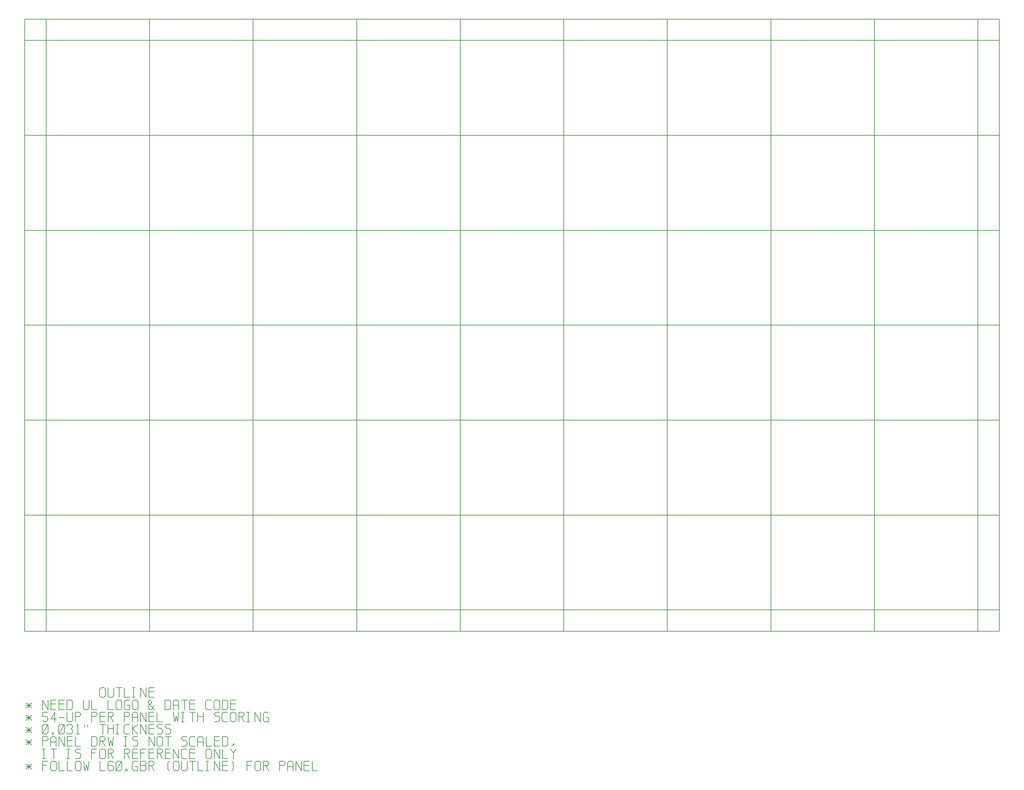
<source format=gbr>
*%FSLAX24Y24*%
%MOIN*%
%IPPOS*%
%ADD10R,0.03X0.03*%
%ADD11R,0.03X0.03*%
%ADD12R,0.0155X0.05*%
%ADD13C,0.05*%
%ADD14R,0.0394X0.0709*%
%AMD15*
21,1,0.0206,0.01,0.0,0.0,0.0*
21,1,0.0256,0.005,0.0,0.0,0.0*
1,1,0.005,0.0103,0.0025*
1,1,0.005,-0.0103,0.0025*
1,1,0.005,0.0103,-0.0025*
1,1,0.005,-0.0103,-0.0025*%
%ADD15D15*%
G04:---LTIenv:A015:17,0.0256,0.01,0.0025 *
%AMD16*
21,1,0.005,0.0256,0.0,0.0,0.0*
21,1,0.01,0.0206,0.0,0.0,0.0*
1,1,0.005,0.0025,0.0103*
1,1,0.005,-0.0025,0.0103*
1,1,0.005,0.0025,-0.0103*
1,1,0.005,-0.0025,-0.0103*%
%ADD16D16*%
G04:---LTIenv:A016:17,0.01,0.0256,0.0025 *
%AMD17*
4,1,8
,0.0049,0.0103
,0.0049,-0.0103
,0.0025,-0.0128
,-0.0025,-0.0128
,-0.0049,-0.0103
,-0.0049,0.0103
,-0.0025,0.0128
,0.0025,0.0128,0.0049,0.0103,0.0*%
%ADD17D17*%
%AMD18*
4,1,8
,-0.0103,0.0049
,0.0103,0.0049
,0.0128,0.0025
,0.0128,-0.0025
,0.0103,-0.0049
,-0.0103,-0.0049
,-0.0128,-0.0025
,-0.0128,0.0025,-0.0103,0.0049,0.0*%
%ADD18D18*%
%ADD19C,0.012*%
%ADD20C,0.02*%
%ADD21C,0.008*%
%ADD22C,0.01*%
%ADD23C,0.009*%
%ADD24C,0.15*%
%ADD25C,0.075*%
%ADD26C,0.15*%
%ADD27C,0.052*%
%ADD28R,0.062X0.04*%
%ADD29O,0.062X0.04*%
%ADD30C,0.026*%
%ADD31C,0.092*%
%ADD32C,0.06*%
%ADD33R,0.13X0.15*%
%AMD34*
1,1,0.1,0.0,0.0*
1,0,0.0875,0.0,0.0*
1,1,0.05,0.0,0.0*
1,0,0.0375,0.0,0.0*
20,1,0.0062,0.0,-0.0969,0.0,0.0969,0.0*
20,1,0.0062,-0.0969,0.0,0.0969,0.0,0.0*%
%ADD34D34*%
G04:---LTIenv:A034:6,0.2,6 *
%ADD35C,0.07*%
%ADD36R,0.038X0.038*%
%ADD37R,0.038X0.038*%
%ADD38R,0.0185X0.053*%
%ADD39C,0.1*%
%ADD40R,0.0474X0.0789*%
%AMD41*
21,1,0.0206,0.014,0.0,0.0,0.0*
21,1,0.0296,0.005,0.0,0.0,0.0*
1,1,0.009,0.0103,0.0025*
1,1,0.009,-0.0103,0.0025*
1,1,0.009,0.0103,-0.0025*
1,1,0.009,-0.0103,-0.0025*%
%ADD41D41*%
G04:---LTIenv:A041:17,0.0296,0.014,0.0045 *
%AMD42*
21,1,0.005,0.0296,0.0,0.0,0.0*
21,1,0.014,0.0206,0.0,0.0,0.0*
1,1,0.009,0.0025,0.0103*
1,1,0.009,-0.0025,0.0103*
1,1,0.009,0.0025,-0.0103*
1,1,0.009,-0.0025,-0.0103*%
%ADD42D42*%
G04:---LTIenv:A042:17,0.014,0.0296,0.0045 *
%AMD43*
4,1,8
,0.0069,0.0113
,0.0069,-0.0113
,0.0035,-0.0148
,-0.0035,-0.0148
,-0.0069,-0.0113
,-0.0069,0.0113
,-0.0035,0.0148
,0.0035,0.0148,0.0069,0.0113,0.0*%
%ADD43D43*%
%AMD44*
4,1,8
,-0.0113,0.0069
,0.0113,0.0069
,0.0148,0.0035
,0.0148,-0.0035
,0.0113,-0.0069
,-0.0113,-0.0069
,-0.0148,-0.0035
,-0.0148,0.0035,-0.0113,0.0069,0.0*%
%ADD44D44*%
%ADD45R,0.066X0.044*%
%ADD46O,0.066X0.044*%
%ADD48C,0.1*%
%ADD49R,0.138X0.158*%
%AMD55*
4,1,8
,0.0049,0.0103
,0.0049,-0.0103
,0.0025,-0.0128
,-0.0025,-0.0128
,-0.0049,-0.0103
,-0.0049,0.0103
,-0.0025,0.0128
,0.0025,0.0128,0.0049,0.0103,0.0*%
%ADD55D55*%
%AMD56*
4,1,8
,-0.0103,0.0049
,0.0103,0.0049
,0.0128,0.0025
,0.0128,-0.0025
,0.0103,-0.0049
,-0.0103,-0.0049
,-0.0128,-0.0025
,-0.0128,0.0025,-0.0103,0.0049,0.0*%
%ADD56D56*%
%ADD200C,0.002*%
%ADD901C,0.012*%
G04:---LTIenv:A901:15,0.012,1 *
%ADD902C,0.028*%
G04:---LTIenv:A902:15,0.028,2 *
%ADD903C,0.033*%
G04:---LTIenv:A903:15,0.033,3 *
%ADD904C,0.12*%
G04:---LTIenv:A904:15,0.12,4 *

%LPD*%
D21*X126Y-13839D2*X724Y-14382D1*X126D2*X724Y-13839D1*X126Y-14115D2*X724D1*X425Y-14382D2*Y-13839D1*X1858Y-13957D2*X2252D1*X1858Y-14532D2*Y-13532D1*X2402*X2693Y-13689D2*Y-14382D1*X2843Y-14532*X3142*X3291Y-14382*Y-13689*X3142Y-13532*X2843*X2693Y-13689*X4110Y-14532D2*X3567D1*Y-13532*X4961Y-14532D2*X4417D1*Y-13532*X5244Y-13689D2*Y-14382D1*X5394Y-14532*X5693*X5843Y-14382*Y-13689*X5693Y-13532*X5394*X5244Y-13689*X6685Y-13532D2*X6559Y-14532D1*X6409Y-13934*X6260Y-14532*X6110Y-13532*X8362Y-14532D2*X7819D1*Y-13532*X8646Y-13957D2*X9094D1*X9244Y-14115*Y-14382*X9094Y-14532*X8795*X8646Y-14335*Y-13689*X8795Y-13532*X9094*X9244Y-13689*X9488Y-14532D2*X10087Y-13532D1*X9638D2*X9488Y-13689D1*Y-14382*X9638Y-14532*X9937*X10087Y-14382*Y-13689*X9937Y-13532*X9638*X10504Y-14532D2*X10654D1*Y-14382*X10504*Y-14532*X11480Y-14083D2*X11756D1*Y-14532*X11354*X11205Y-14382*Y-13689*X11354Y-13532*X11756*X12039Y-13957D2*X12488D1*X12039Y-14532D2*X12488D1*X12638Y-14382*Y-14083*X12488Y-13957*X12638Y-13839*Y-13689*X12488Y-13532*X12039*Y-14532*X13173Y-13989D2*X13472Y-14532D1*X12929Y-13989D2*X13323D1*X13472Y-13839*Y-13689*X13323Y-13532*X12929*Y-14532*X15024D2*X14898Y-14382D1*Y-13689*X15024Y-13532*X15449Y-13689D2*Y-14382D1*X15598Y-14532*X15898*X16047Y-14382*Y-13689*X15898Y-13532*X15598*X15449Y-13689*X16906Y-13532D2*Y-14382D1*X16756Y-14532*X16457*X16307Y-14382*Y-13532*X17465Y-14532D2*Y-13532D1*X17165D2*X17764D1*X18567Y-14532D2*X18024D1*Y-13532*X18843Y-14532D2*X19142D1*X18992D2*Y-13532D1*X18843D2*X19142D1*X20283D2*Y-14532D1*X19709Y-13532*Y-14532*X20567Y-13957D2*X21118D1*Y-13532D2*X20567D1*Y-14532*X21118*X21543D2*X21693Y-14382D1*Y-13689*X21543Y-13532*X23118Y-13957D2*X23512D1*X23118Y-14532D2*Y-13532D1*X23661*X23953Y-13689D2*Y-14382D1*X24102Y-14532*X24402*X24551Y-14382*Y-13689*X24402Y-13532*X24102*X23953Y-13689*X25079Y-13989D2*X25378Y-14532D1*X24835Y-13989D2*X25228D1*X25378Y-13839*Y-13689*X25228Y-13532*X24835*Y-14532*X26520Y-13957D2*X26945D1*X27094Y-13808*Y-13689*X26945Y-13532*X26520*Y-14532*X27354Y-14083D2*X27929D1*Y-14532D2*Y-13689D1*X27780Y-13532*X27504*X27354Y-13689*Y-14532*X28787Y-13532D2*Y-14532D1*X28213Y-13532*Y-14532*X29071Y-13957D2*X29622D1*Y-13532D2*X29071D1*Y-14532*X29622*X30472D2*X29929D1*Y-13532*X126Y-7461D2*X724Y-8004D1*X126D2*X724Y-7461D1*X126Y-7737D2*X724D1*X425Y-8004D2*Y-7461D1*X2425Y-7154D2*Y-8154D1*X1850Y-7154*Y-8154*X2709Y-7579D2*X3260D1*Y-7154D2*X2709D1*Y-8154*X3260*X3559Y-7579D2*X4110D1*Y-7154D2*X3559D1*Y-8154*X4110*X4819D2*X4969Y-8004D1*Y-7311*X4819Y-7154*X4394*Y-8154*X4819*X6701Y-7154D2*Y-8004D1*X6551Y-8154*X6252*X6102Y-8004*Y-7154*X7512Y-8154D2*X6969D1*Y-7154*X9213Y-8154D2*X8669D1*Y-7154*X9496Y-7311D2*Y-8004D1*X9646Y-8154*X9945*X10094Y-8004*Y-7311*X9945Y-7154*X9646*X9496Y-7311*X10630Y-7705D2*X10906D1*Y-8154*X10504*X10354Y-8004*Y-7311*X10504Y-7154*X10906*X11197Y-7311D2*Y-8004D1*X11346Y-8154*X11646*X11795Y-8004*Y-7311*X11646Y-7154*X11346*X11197Y-7311*X13457Y-8154D2*X12858Y-7461D1*Y-7311*X13024Y-7154*X13181Y-7311*Y-7461*X12858Y-7705*Y-8004*X13008Y-8154*X13157*X13307Y-8036*Y-7886*X13457Y-7737*X15024Y-8154D2*X15173Y-8004D1*Y-7311*X15024Y-7154*X14598*Y-8154*X15024*X15449Y-7705D2*X16024D1*Y-8154D2*Y-7311D1*X15874Y-7154*X15598*X15449Y-7311*Y-8154*X16614D2*Y-7154D1*X16315D2*X16913D1*X17165Y-7579D2*X17717D1*Y-7154D2*X17165D1*Y-8154*X17717*X19433D2*X18984D1*X18835Y-8004*Y-7311*X18984Y-7154*X19433*X19701Y-7311D2*Y-8004D1*X19850Y-8154*X20150*X20299Y-8004*Y-7311*X20150Y-7154*X19850*X19701Y-7311*X20976Y-8154D2*X21126Y-8004D1*Y-7311*X20976Y-7154*X20551*Y-8154*X20976*X21417Y-7579D2*X21969D1*Y-7154D2*X21417D1*Y-8154*X21969*X126Y-8737D2*X724Y-9280D1*X126D2*X724Y-8737D1*X126Y-9012D2*X724D1*X425Y-9280D2*Y-8737D1*X2402Y-8430D2*X1850D1*Y-8855*X2252*X2402Y-9012*Y-9280*X2252Y-9430*X2000*X1850Y-9280*X3283Y-9130D2*X2709D1*X3134Y-8430*Y-9430*X3559Y-9012D2*X4110D1*X5000Y-8430D2*Y-9280D1*X4850Y-9430*X4551*X4402Y-9280*Y-8430*X5260Y-8855D2*X5685D1*X5835Y-8705*Y-8587*X5685Y-8430*X5260*Y-9430*X6961Y-8855D2*X7386D1*X7535Y-8705*Y-8587*X7386Y-8430*X6961*Y-9430*X7811Y-8855D2*X8362D1*Y-8430D2*X7811D1*Y-9430*X8362*X8921Y-8886D2*X9220Y-9430D1*X8677Y-8886D2*X9071D1*X9220Y-8737*Y-8587*X9071Y-8430*X8677*Y-9430*X10362Y-8855D2*X10787D1*X10937Y-8705*Y-8587*X10787Y-8430*X10362*Y-9430*X11197Y-8981D2*X11772D1*Y-9430D2*Y-8587D1*X11622Y-8430*X11346*X11197Y-8587*Y-9430*X12630Y-8430D2*Y-9430D1*X12055Y-8430*Y-9430*X12913Y-8855D2*X13465D1*Y-8430D2*X12913D1*Y-9430*X13465*X14315D2*X13772D1*Y-8430*X16039D2*X15913Y-9430D1*X15764Y-8831*X15614Y-9430*X15465Y-8430*X16291Y-9430D2*X16591D1*X16441D2*Y-8430D1*X16291D2*X16591D1*X17465Y-9430D2*Y-8430D1*X17165D2*X17764D1*X18000Y-8855D2*X18575D1*Y-9430D2*Y-8430D1*X18000Y-9430D2*Y-8430D1*X19724Y-9430D2*X20126D1*X20276Y-9280*Y-8981*X20126Y-8831*X19874*X19724Y-8682*Y-8587*X19874Y-8430*X20276*X21134Y-9430D2*X20685D1*X20535Y-9280*Y-8587*X20685Y-8430*X21134*X21402Y-8587D2*Y-9280D1*X21551Y-9430*X21850*X22000Y-9280*Y-8587*X21850Y-8430*X21551*X21402Y-8587*X22528Y-8886D2*X22827Y-9430D1*X22283Y-8886D2*X22677D1*X22827Y-8737*Y-8587*X22677Y-8430*X22283*Y-9430*X23094D2*X23394D1*X23244D2*Y-8430D1*X23094D2*X23394D1*X24535D2*Y-9430D1*X23961Y-8430*Y-9430*X25087Y-8981D2*X25362D1*Y-9430*X24961*X24811Y-9280*Y-8587*X24961Y-8430*X25362*X126Y-10012D2*X724Y-10556D1*X126D2*X724Y-10012D1*X126Y-10288D2*X724D1*X425Y-10556D2*Y-10012D1*X1835Y-10705D2*X2433Y-9705D1*X1984D2*X1835Y-9863D1*Y-10556*X1984Y-10705*X2283*X2433Y-10556*Y-9863*X2283Y-9705*X1984*X2850Y-10705D2*X3000D1*Y-10556*X2850*Y-10705*X3535D2*X4134Y-9705D1*X3685D2*X3535Y-9863D1*Y-10556*X3685Y-10705*X3984*X4134Y-10556*Y-9863*X3984Y-9705*X3685*X4362Y-10556D2*X4512Y-10705D1*X4819*X4969Y-10556*Y-10311*X4819Y-10162*X4969Y-10012*Y-9863*X4819Y-9705*X4512*X4362Y-9863*X5378Y-10705D2*X5677D1*X5528D2*Y-9705D1*X5378Y-9863*X6535Y-9957D2*Y-9705D1*X6236Y-9957D2*Y-9705D1*X8110Y-10705D2*Y-9705D1*X7811D2*X8409D1*X8646Y-10130D2*X9220D1*Y-10705D2*Y-9705D1*X8646Y-10705D2*Y-9705D1*X9488Y-10705D2*X9787D1*X9638D2*Y-9705D1*X9488D2*X9787D1*X10929Y-10705D2*X10480D1*X10331Y-10556*Y-9863*X10480Y-9705*X10929*X11220Y-10705D2*Y-9705D1*X11772Y-10705D2*X11220Y-10130D1*X11772Y-9705*X12630D2*Y-10705D1*X12055Y-9705*Y-10705*X12913Y-10130D2*X13465D1*Y-9705D2*X12913D1*Y-10705*X13465*X13772D2*X14173D1*X14323Y-10556*Y-10256*X14173Y-10107*X13921*X13772Y-9957*Y-9863*X13921Y-9705*X14323*X14622Y-10705D2*X15024D1*X15173Y-10556*Y-10256*X15024Y-10107*X14772*X14622Y-9957*Y-9863*X14772Y-9705*X15173*X126Y-11288D2*X724Y-11831D1*X126D2*X724Y-11288D1*X126Y-11563D2*X724D1*X425Y-11831D2*Y-11288D1*X1858Y-11406D2*X2283D1*X2433Y-11256*Y-11138*X2283Y-10981*X1858*Y-11981*X2693Y-11532D2*X3268D1*Y-11981D2*Y-11138D1*X3118Y-10981*X2843*X2693Y-11138*Y-11981*X4126Y-10981D2*Y-11981D1*X3551Y-10981*Y-11981*X4409Y-11406D2*X4961D1*Y-10981D2*X4409D1*Y-11981*X4961*X5811D2*X5268D1*Y-10981*X7370Y-11981D2*X7520Y-11831D1*Y-11138*X7370Y-10981*X6945*Y-11981*X7370*X8071Y-11437D2*X8370Y-11981D1*X7827Y-11437D2*X8220D1*X8370Y-11288*Y-11138*X8220Y-10981*X7827*Y-11981*X9236Y-10981D2*X9110Y-11981D1*X8961Y-11382*X8811Y-11981*X8661Y-10981*X10339Y-11981D2*X10638D1*X10488D2*Y-10981D1*X10339D2*X10638D1*X11220Y-11981D2*X11622D1*X11772Y-11831*Y-11532*X11622Y-11382*X11370*X11220Y-11233*Y-11138*X11370Y-10981*X11772*X13480D2*Y-11981D1*X12906Y-10981*Y-11981*X13748Y-11138D2*Y-11831D1*X13898Y-11981*X14197*X14346Y-11831*Y-11138*X14197Y-10981*X13898*X13748Y-11138*X14913Y-11981D2*Y-10981D1*X14614D2*X15213D1*X16323Y-11981D2*X16724D1*X16874Y-11831*Y-11532*X16724Y-11382*X16472*X16323Y-11233*Y-11138*X16472Y-10981*X16874*X17732Y-11981D2*X17283D1*X17134Y-11831*Y-11138*X17283Y-10981*X17732*X18000Y-11532D2*X18575D1*Y-11981D2*Y-11138D1*X18425Y-10981*X18150*X18000Y-11138*Y-11981*X19417D2*X18874D1*Y-10981*X19717Y-11406D2*X20268D1*Y-10981D2*X19717D1*Y-11981*X20268*X20976D2*X21126Y-11831D1*Y-11138*X20976Y-10981*X20551*Y-11981*X20976*X21701Y-11847D2*Y-11737D1*X21819*X21543Y-11981*X1835Y-13256D2*X2134D1*X1984D2*Y-12256D1*X1835D2*X2134D1*X3008Y-13256D2*Y-12256D1*X2709D2*X3307D1*X4386Y-13256D2*X4685D1*X4535D2*Y-12256D1*X4386D2*X4685D1*X5268Y-13256D2*X5669D1*X5819Y-13107*Y-12808*X5669Y-12658*X5417*X5268Y-12508*Y-12414*X5417Y-12256*X5819*X6961Y-12682D2*X7354D1*X6961Y-13256D2*Y-12256D1*X7504*X7795Y-12414D2*Y-13107D1*X7945Y-13256*X8244*X8394Y-13107*Y-12414*X8244Y-12256*X7945*X7795Y-12414*X8921Y-12713D2*X9220Y-13256D1*X8677Y-12713D2*X9071D1*X9220Y-12563*Y-12414*X9071Y-12256*X8677*Y-13256*X10622Y-12713D2*X10921Y-13256D1*X10378Y-12713D2*X10772D1*X10921Y-12563*Y-12414*X10772Y-12256*X10378*Y-13256*X11213Y-12682D2*X11764D1*Y-12256D2*X11213D1*Y-13256*X11764*X12063Y-12682D2*X12457D1*X12063Y-13256D2*Y-12256D1*X12606*X12913Y-12682D2*X13465D1*Y-12256D2*X12913D1*Y-13256*X13465*X14024Y-12713D2*X14323Y-13256D1*X13780Y-12713D2*X14173D1*X14323Y-12563*Y-12414*X14173Y-12256*X13780*Y-13256*X14614Y-12682D2*X15165D1*Y-12256D2*X14614D1*Y-13256*X15165*X16031Y-12256D2*Y-13256D1*X15457Y-12256*Y-13256*X16882D2*X16433D1*X16283Y-13107*Y-12414*X16433Y-12256*X16882*X17165Y-12682D2*X17717D1*Y-12256D2*X17165D1*Y-13256*X17717*X18850Y-12414D2*Y-13107D1*X19000Y-13256*X19299*X19449Y-13107*Y-12414*X19299Y-12256*X19000*X18850Y-12414*X20283Y-12256D2*Y-13256D1*X19709Y-12256*Y-13256*X21118D2*X20575D1*Y-12256*X21433D2*X21709Y-12658D1*X21984Y-12256*X21709Y-13256D2*Y-12658D1*X7796Y-6035D2*Y-6728D1*X7945Y-6878*X8245*X8394Y-6728*Y-6035*X8245Y-5878*X7945*X7796Y-6035*X9252Y-5878D2*Y-6728D1*X9103Y-6878*X8804*X8654Y-6728*Y-5878*X9811Y-6878D2*Y-5878D1*X9512D2*X10111D1*X10914Y-6878D2*X10371D1*Y-5878*X11189Y-6878D2*X11489D1*X11339D2*Y-5878D1*X11189D2*X11489D1*X12630D2*Y-6878D1*X12056Y-5878*Y-6878*X12914Y-6303D2*X13465D1*Y-5878D2*X12914D1*Y-6878*X13465*X99195Y0D2*Y63780D1*X88420Y0D2*Y63780D1*X77645Y0D2*Y63780D1*X66870Y0D2*Y63780D1*X56095Y0D2*Y63780D1*X45320Y0D2*Y63780D1*X34545Y0D2*Y63780D1*X23770Y0D2*Y63780D1*X12995Y0D2*Y63780D1*X2220Y0D2*Y63780D1*X0Y61560D2*X101415D1*X0Y51670D2*X101415D1*X0Y41780D2*X101415D1*X0Y31890D2*X101415D1*X0Y22000D2*X101415D1*X0Y12110D2*X101415D1*X0Y2220D2*X101415D1*X0Y0D2*Y63780D1*X101415*Y0*X0*X2220Y61560D2*X12995D1*Y51670*X2220D2*Y61560D1*X12995D2*X23770D1*Y51670*Y61560D2*X34545D1*X45320*Y51670*X34545D2*Y61560D1*X45320D2*X56095D1*Y51670*X45320*X56095Y61560D2*X66870D1*Y51670*Y61560D2*X77645D1*X88420*Y51670*X77645D2*Y61560D1*X88420D2*X99195D1*Y51670*X88420*X99195Y41780D2*Y51670D1*X77645D2*X88420D1*Y41780*X66870Y51670D2*X77645D1*Y41780*X66870*X56095Y51670D2*X66870D1*Y41780*X56095D2*Y51670D1*X45320D2*Y41780D1*X56095*X45320Y51670D2*X34545D1*Y41780*Y51670D2*X23770D1*Y41780*Y51670D2*X12995D1*X2220*X12995Y41780D2*Y51670D1*X2220D2*Y41780D1*X12995*Y31890*X2220D2*Y41780D1*X12995D2*X23770D1*Y31890*X12995*X23770Y41780D2*X34545D1*Y31890*Y41780D2*X45320D1*Y31890*X56095Y41780D2*X66870D1*Y31890*X56095Y41780D2*Y31890D1*X66870*X77645*X88420Y41780D2*X77645D1*Y31890*X88420*Y41780D2*X99195D1*Y31890*X88420Y41780D2*Y31890D1*X99195*Y22000*X88420Y31890D2*Y22000D1*X99195*X88420D2*X77645D1*Y31890*X66870Y22000D2*Y31890D1*X56095D2*Y22000D1*X66870*X56095Y31890D2*X45320D1*Y22000*X56095*X45320Y31890D2*X34545D1*X23770*X34545Y22000D2*Y31890D1*X23770Y22000D2*Y31890D1*X12995Y22000D2*Y31890D1*X2220*Y22000*X12995*X2220D2*Y12110D1*X12995*X23770Y22000D2*X12995D1*Y12110*X23770*Y22000D2*X34545D1*Y12110*X23770D2*Y22000D1*X34545D2*X45320D1*Y12110*X34545*X56095D2*Y22000D1*X66870D2*X77645D1*Y12110*X66870D2*Y22000D1*X88420D2*Y12110D1*X77645*X99195Y22000D2*Y12110D1*X88420*X99195Y2220D2*Y12110D1*X88420D2*Y2220D1*X99195*X77645D2*X88420D1*X66870Y12110D2*X77645D1*Y2220*X66870Y12110D2*Y2220D1*X77645*X56095Y12110D2*X66870D1*X56095Y2220D2*X66870D1*X45320Y12110D2*X56095D1*Y2220*X45320Y12110D2*Y2220D1*X56095*X34545Y12110D2*Y2220D1*X45320*X23770Y12110D2*X34545D1*Y2220D2*X23770D1*Y12110*Y2220D2*X12995D1*Y12110*X2220D2*Y2220D1*X12995*X0Y0D2*M02*
</source>
